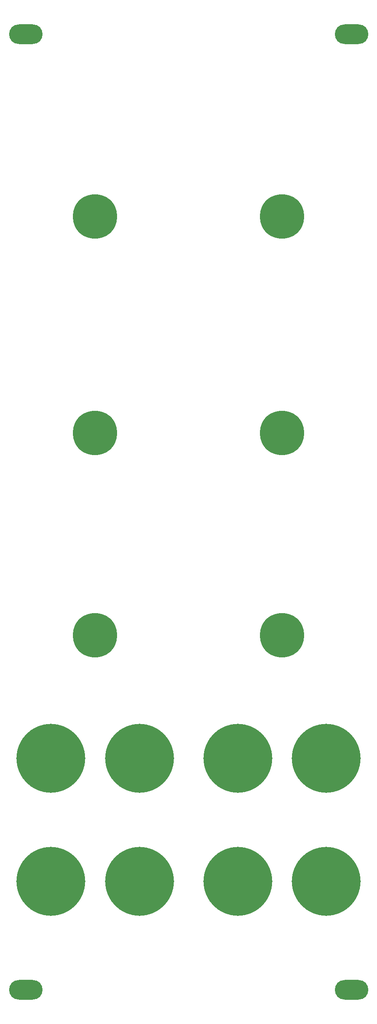
<source format=gbr>
%TF.GenerationSoftware,KiCad,Pcbnew,5.1.8-db9833491~87~ubuntu20.04.1*%
%TF.CreationDate,2020-11-16T19:43:01-05:00*%
%TF.ProjectId,mfos_vca-panel,6d666f73-5f76-4636-912d-70616e656c2e,rev?*%
%TF.SameCoordinates,Original*%
%TF.FileFunction,Soldermask,Bot*%
%TF.FilePolarity,Negative*%
%FSLAX46Y46*%
G04 Gerber Fmt 4.6, Leading zero omitted, Abs format (unit mm)*
G04 Created by KiCad (PCBNEW 5.1.8-db9833491~87~ubuntu20.04.1) date 2020-11-16 19:43:01*
%MOMM*%
%LPD*%
G01*
G04 APERTURE LIST*
%ADD10C,14.000000*%
%ADD11O,6.800000X4.000000*%
%ADD12C,9.000000*%
G04 APERTURE END LIST*
D10*
%TO.C,H18*%
X22000000Y-150000000D03*
%TD*%
%TO.C,H17*%
X40000000Y-150000000D03*
%TD*%
%TO.C,H16*%
X60000000Y-150000000D03*
%TD*%
%TO.C,H15*%
X22000000Y-175000000D03*
%TD*%
D11*
%TO.C,H14*%
X83100000Y-3000000D03*
%TD*%
D10*
%TO.C,H13*%
X40000000Y-175000000D03*
%TD*%
D12*
%TO.C,H12*%
X31000000Y-84000000D03*
%TD*%
D11*
%TO.C,H11*%
X83100000Y-197000000D03*
%TD*%
D10*
%TO.C,H10*%
X78000000Y-150000000D03*
%TD*%
D12*
%TO.C,H9*%
X69000000Y-40000000D03*
%TD*%
D11*
%TO.C,H8*%
X16900000Y-3000000D03*
%TD*%
D10*
%TO.C,H7*%
X60000000Y-175000000D03*
%TD*%
D12*
%TO.C,H6*%
X69000000Y-125000000D03*
%TD*%
%TO.C,H5*%
X31000000Y-40000000D03*
%TD*%
D11*
%TO.C,H4*%
X16900000Y-197000000D03*
%TD*%
D10*
%TO.C,H3*%
X78000000Y-175000000D03*
%TD*%
D12*
%TO.C,H2*%
X31000000Y-125000000D03*
%TD*%
%TO.C,H1*%
X69000000Y-84000000D03*
%TD*%
M02*

</source>
